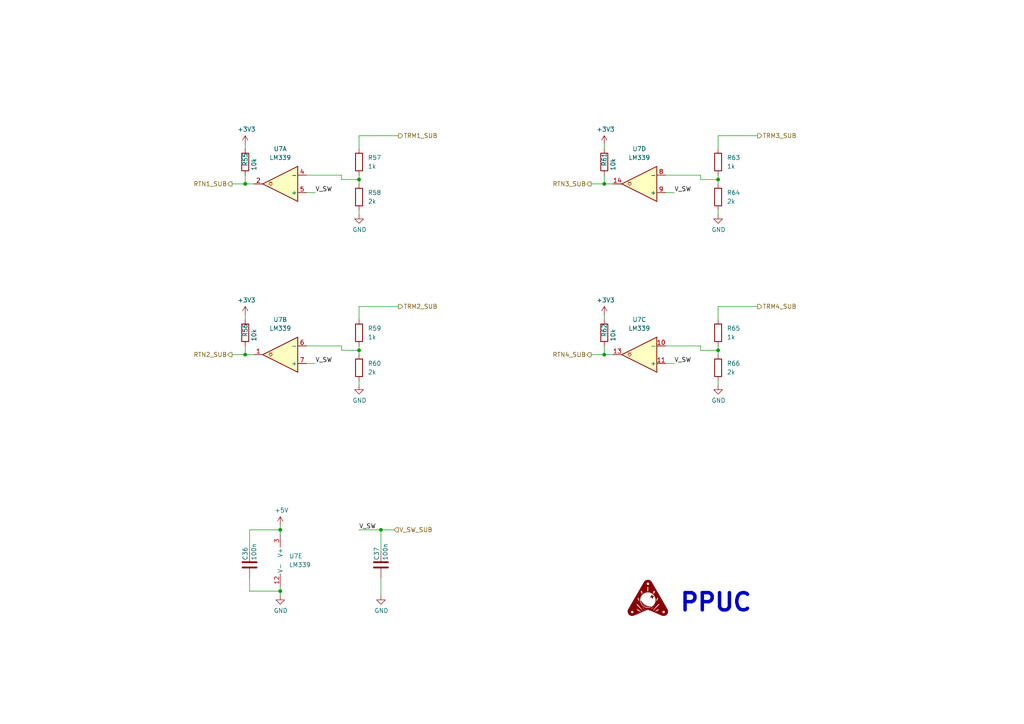
<source format=kicad_sch>
(kicad_sch (version 20211123) (generator eeschema)
  (paper "A4")
  (title_block (title "Opto_16") (date "2025-04-29") (rev "1.0.0"))
  (lib_symbols
    (symbol "Comparator:LM339" (pin_names (offset 0.127))
      (property "Reference" "U" (at 0 5.08 0))
      (property "Value" "LM339" (at 0 -5.08 0))
      (symbol "LM339_1_1"
        (polyline (pts (xy -5.08 5.08) (xy 5.08 0) (xy -5.08 -5.08) (xy -5.08 5.08)) (stroke (width 0.254)) (fill (type background)))
        (polyline (pts (xy 3.302 -0.508) (xy 2.794 -0.508) (xy 3.302 0) (xy 2.794 0.508) (xy 2.286 0) (xy 2.794 -0.508) (xy 2.286 -0.508)) (stroke (width 0.127)))
        (pin open_collector line (at 7.62 0 180) (length 2.54) (name "~") (number "2"))
        (pin input line (at -7.62 -2.54 0) (length 2.54) (name "-") (number "4"))
        (pin input line (at -7.62 2.54 0) (length 2.54) (name "+") (number "5"))
      )
      (symbol "LM339_2_1"
        (polyline (pts (xy -5.08 5.08) (xy 5.08 0) (xy -5.08 -5.08) (xy -5.08 5.08)) (stroke (width 0.254)) (fill (type background)))
        (polyline (pts (xy 3.302 -0.508) (xy 2.794 -0.508) (xy 3.302 0) (xy 2.794 0.508) (xy 2.286 0) (xy 2.794 -0.508) (xy 2.286 -0.508)) (stroke (width 0.127)))
        (pin open_collector line (at 7.62 0 180) (length 2.54) (name "~") (number "1"))
        (pin input line (at -7.62 -2.54 0) (length 2.54) (name "-") (number "6"))
        (pin input line (at -7.62 2.54 0) (length 2.54) (name "+") (number "7"))
      )
      (symbol "LM339_3_1"
        (polyline (pts (xy -5.08 5.08) (xy 5.08 0) (xy -5.08 -5.08) (xy -5.08 5.08)) (stroke (width 0.254)) (fill (type background)))
        (polyline (pts (xy 3.302 -0.508) (xy 2.794 -0.508) (xy 3.302 0) (xy 2.794 0.508) (xy 2.286 0) (xy 2.794 -0.508) (xy 2.286 -0.508)) (stroke (width 0.127)))
        (pin input line (at -7.62 -2.54 0) (length 2.54) (name "-") (number "10"))
        (pin input line (at -7.62 2.54 0) (length 2.54) (name "+") (number "11"))
        (pin open_collector line (at 7.62 0 180) (length 2.54) (name "~") (number "13"))
      )
      (symbol "LM339_4_1"
        (polyline (pts (xy -5.08 5.08) (xy 5.08 0) (xy -5.08 -5.08) (xy -5.08 5.08)) (stroke (width 0.254)) (fill (type background)))
        (polyline (pts (xy 3.302 -0.508) (xy 2.794 -0.508) (xy 3.302 0) (xy 2.794 0.508) (xy 2.286 0) (xy 2.794 -0.508) (xy 2.286 -0.508)) (stroke (width 0.127)))
        (pin open_collector line (at 7.62 0 180) (length 2.54) (name "~") (number "14"))
        (pin input line (at -7.62 -2.54 0) (length 2.54) (name "-") (number "8"))
        (pin input line (at -7.62 2.54 0) (length 2.54) (name "+") (number "9"))
      )
      (symbol "LM339_5_1"
        (pin power_in line (at -2.54 -7.62 90) (length 3.81) (name "V-") (number "12"))
        (pin power_in line (at -2.54 7.62 270) (length 3.81) (name "V+") (number "3"))
      )
    )
    (symbol "Device:C" (pin_numbers hide) (pin_names (offset 0.254))
      (property "Reference" "C" (at 0.635 2.54 0))
      (property "Value" "C" (at 0.635 -2.54 0))
      (symbol "C_0_1"
        (polyline (pts (xy -2.032 -0.762) (xy 2.032 -0.762)) (stroke (width 0.508)))
        (polyline (pts (xy -2.032 0.762) (xy 2.032 0.762)) (stroke (width 0.508)))
      )
      (symbol "C_1_1"
        (pin passive line (at 0 3.81 270) (length 2.794) (name "~") (number "1"))
        (pin passive line (at 0 -3.81 90) (length 2.794) (name "~") (number "2"))
      )
    )
    (symbol "Device:R" (pin_numbers hide) (pin_names (offset 0))
      (property "Reference" "R" (at 2.032 0 90))
      (property "Value" "R" (at 0 0 90))
      (symbol "R_0_1"
        (rectangle (start -1.016 -2.54) (end 1.016 2.54) (stroke (width 0.254)))
      )
      (symbol "R_1_1"
        (pin passive line (at 0 3.81 270) (length 1.27) (name "~") (number "1"))
        (pin passive line (at 0 -3.81 90) (length 1.27) (name "~") (number "2"))
      )
    )
    (symbol "PPUC_LOGO_LIB:LOGO" (pin_names (offset 1.016))
      (symbol "LOGO_0_0"
        (polyline (pts (xy 1.3461 0.5723) (xy 1.401 0.7319) (xy 1.5604 0.9187) (xy 1.7415 1.0689) (xy 1.5906 1.0703) (xy 1.4626 1.0839) (xy 1.2757 1.1732) (xy 1.1226 1.3565) (xy 1.0185 1.5273) (xy 1.0183 1.3201) (xy 1.0052 1.1853) (xy 0.9467 1.0647) (xy 0.8201 0.9316) (xy 0.6221 0.7503) (xy 0.8008 0.7503) (xy 0.8737 0.7451) (xy 1.0075 0.6918) (xy 1.1462 0.5632) (xy 1.3128 0.3761) (xy 1.3461 0.5723)) (stroke (width 0.01)) (fill (type outline)))
        (polyline (pts (xy 0.1988 -2.0744) (xy 0.5626 -2.0132) (xy 0.8306 -1.9387) (xy 0.5626 -1.9329) (xy 0.4034 -1.9255) (xy -0.1437 -1.8346) (xy -0.6511 -1.6461) (xy -1.1124 -1.3635) (xy -1.5212 -0.9906) (xy -1.8709 -0.5311) (xy -1.984 -0.3573) (xy -2.0545 -0.2659) (xy -2.0804 -0.2689) (xy -2.0663 -0.3675) (xy -2.0172 -0.5626) (xy -1.9531 -0.7694) (xy -1.7523 -1.1905) (xy -1.478 -1.5343) (xy -1.1315 -1.7993) (xy -0.7139 -1.9844) (xy -0.5869 -2.0195) (xy -0.2016 -2.0761) (xy 0.1988 -2.0744)) (stroke (width 0.01)) (fill (type outline)))
        (polyline (pts (xy -4.5517 -4.6263) (xy -4.4448 -4.6087) (xy -4.3144 -4.5748) (xy -4.1524 -4.5216) (xy -3.9504 -4.4461) (xy -3.7002 -4.3452) (xy -3.3934 -4.216) (xy -3.0218 -4.0554) (xy -2.5771 -3.8605) (xy -2.0509 -3.6282) (xy -1.435 -3.3556) (xy -1.2826 -3.2884) (xy -0.8872 -3.1181) (xy -0.5757 -2.9915) (xy -0.3394 -2.9052) (xy -0.1694 -2.8558) (xy -0.0568 -2.84) (xy -0.0245 -2.8416) (xy 0.131 -2.8733) (xy 0.3579 -2.9476) (xy 0.3988 -2.9636) (xy 0.839 -2.9636) (xy 0.8472 -2.8886) (xy 0.9027 -2.7535) (xy 0.9916 -2.5822) (xy 1.0998 -2.3987) (xy 1.2134 -2.2268) (xy 1.3183 -2.0905) (xy 1.4005 -2.0137) (xy 1.4168 -2.0042) (xy 1.5142 -1.9565) (xy 1.554 -1.9532) (xy 1.5352 -1.9949) (xy 1.471 -2.1124) (xy 1.372 -2.2847) (xy 1.2494 -2.4921) (xy 1.1911 -2.5891) (xy 1.067 -2.7902) (xy 0.9809 -2.9159) (xy 0.922 -2.9787) (xy 0.8793 -2.9916) (xy 0.8417 -2.9673) (xy 0.839 -2.9636) (xy 0.3988 -2.9636) (xy 0.6639 -3.0673) (xy 0.7882 -3.1204) (xy 1.3552 -3.1204) (xy 1.3684 -3.0819) (xy 1.4092 -3.0182) (xy 1.4848 -2.9199) (xy 1.6022 -2.7776) (xy 1.7681 -2.5821) (xy 1.9898 -2.3238) (xy 2.2741 -1.9934) (xy 2.3543 -1.9006) (xy 2.5716 -1.6532) (xy 2.7639 -1.4401) (xy 2.9202 -1.2731) (xy 3.0295 -1.1642) (xy 3.0806 -1.1253) (xy 3.1358 -1.1406) (xy 3.2268 -1.2163) (xy 3.2683 -1.3101) (xy 3.2514 -1.3383) (xy 3.1703 -1.4365) (xy 3.0314 -1.5923) (xy 2.845 -1.7944) (xy 2.6213 -2.0315) (xy 2.3707 -2.2924) (xy 2.351 -2.3128) (xy 2.0542 -2.6162) (xy 1.8219 -2.8468) (xy 1.6473 -3.011) (xy 1.5231 -3.1152) (xy 1.4426 -3.1656) (xy 1.3986 -3.1685) (xy 1.3841 -3.1593) (xy 1.3628 -3.1431) (xy 1.3552 -3.1204) (xy 0.7882 -3.1204) (xy 1.0567 -3.2351) (xy 1.0705 -3.2411) (xy 1.3795 -3.3769) (xy 1.9566 -3.3769) (xy 1.9884 -3.3276) (xy 2.094 -3.2343) (xy 2.2572 -3.1101) (xy 2.4618 -2.9683) (xy 2.6777 -2.8269) (xy 2.8466 -2.7247) (xy 2.9592 -2.6709) (xy 3.0317 -2.658) (xy 3.0801 -2.6784) (xy 3.1461 -2.75) (xy 3.1608 -2.8368) (xy 3.096 -2.9317) (xy 2.9448 -3.0443) (xy 2.7 -3.184) (xy 2.4032 -3.33) (xy 2.1841 -3.41) (xy 2.1049 -3.4183) (xy 4.0884 -3.4183) (xy 4.1623 -3.2625) (xy 4.3036 -3.1508) (xy 4.5012 -3.108) (xy 4.5793 -3.1144) (xy 4.7536 -3.1871) (xy 4.8688 -3.3198) (xy 4.9151 -3.4866) (xy 4.8831 -3.6614) (xy 4.7631 -3.818) (xy 4.7494 -3.8288) (xy 4.5699 -3.9046) (xy 4.377 -3.8877) (xy 4.2041 -3.7802) (xy 4.187 -3.7622) (xy 4.093 -3.5932) (xy 4.0884 -3.4183) (xy 2.1049 -3.4183) (xy 2.0372 -3.4254) (xy 1.9569 -3.3776) (xy 1.9566 -3.3769) (xy 1.3795 -3.3769) (xy 1.4118 -3.3911) (xy 1.8166 -3.5689) (xy 2.2518 -3.7602) (xy 2.6843 -3.9502) (xy 3.0812 -4.1246) (xy 3.4438 -4.2828) (xy 3.7384 -4.4075) (xy 3.9656 -4.4978) (xy 4.1405 -4.5588) (xy 4.2783 -4.5958) (xy 4.3943 -4.6142) (xy 4.5035 -4.6191) (xy 4.5541 -4.6183) (xy 4.9176 -4.5572) (xy 5.2324 -4.407) (xy 5.4866 -4.1778) (xy 5.6688 -3.8797) (xy 5.767 -3.5229) (xy 5.7717 -3.4883) (xy 5.7812 -3.4013) (xy 5.7831 -3.317) (xy 5.7737 -3.2275) (xy 5.7489 -3.1248) (xy 5.7051 -3.001) (xy 5.6384 -2.848) (xy 5.5448 -2.658) (xy 5.4206 -2.4231) (xy 5.2619 -2.1351) (xy 5.0648 -1.7863) (xy 4.8256 -1.3685) (xy 4.5403 -0.874) (xy 4.2052 -0.2947) (xy 3.8596 0.3026) (xy 3.2999 1.2707) (xy 2.6957 2.3167) (xy 2.0442 3.4454) (xy 1.3424 4.6621) (xy 1.3358 4.6735) (xy 1.1639 4.9694) (xy 1.0314 5.1879) (xy 0.9254 5.3445) (xy 0.8331 5.4546) (xy 0.7415 5.5337) (xy 0.6378 5.5972) (xy 0.509 5.6605) (xy 0.4416 5.69) (xy 0.084 5.7811) (xy -0.2769 5.7684) (xy -0.6253 5.6522) (xy -0.7345 5.5939) (xy -0.885 5.5) (xy -0.9779 5.4245) (xy -0.9942 5.4027) (xy -1.0647 5.2936) (xy -1.1755 5.1127) (xy -1.3175 4.8747) (xy -1.4638 4.6255) (xy -0.4632 4.6255) (xy -0.4306 4.8182) (xy -0.3984 4.8816) (xy -0.2632 5.0164) (xy -0.0889 5.0695) (xy 0.0977 5.0371) (xy 0.2697 4.9157) (xy 0.3554 4.7754) (xy 0.3676 4.5978) (xy 0.2886 4.4299) (xy 0.1241 4.2957) (xy 0.0455 4.2633) (xy -0.1365 4.2539) (xy -0.2956 4.324) (xy -0.4114 4.4543) (xy -0.4632 4.6255) (xy -1.4638 4.6255) (xy -1.4819 4.5946) (xy -1.66 4.287) (xy -1.7166 4.1885) (xy -1.9049 3.8615) (xy -2.0851 3.5488) (xy -2.1688 3.404) (xy -0.2283 3.404) (xy -0.2262 3.5927) (xy -0.2144 3.7126) (xy -0.1911 3.7823) (xy -0.1547 3.82) (xy -0.0974 3.8437) (xy 0.0195 3.8417) (xy 0.061 3.8097) (xy 0.0892 3.7328) (xy 0.1031 3.5914) (xy 0.1067 3.3643) (xy 0.1066 3.3405) (xy 0.1012 3.0848) (xy 0.089 2.834) (xy 0.0724 2.6392) (xy 0.0716 2.6321) (xy 0.043 2.4646) (xy 0.0034 2.3807) (xy -0.0579 2.3578) (xy -0.1111 2.3636) (xy -0.1783 2.398) (xy -0.1789 2.3992) (xy -0.1896 2.4712) (xy -0.2012 2.627) (xy -0.2123 2.8444) (xy -0.2216 3.1014) (xy -0.2224 3.1282) (xy -0.2283 3.404) (xy -2.1688 3.404) (xy -2.2461 3.2702) (xy -2.3763 3.0453) (xy -2.4646 2.8937) (xy -2.5328 2.7766) (xy -2.6595 2.5584) (xy -2.6793 2.5242) (xy -2.1341 2.5242) (xy -2.1155 2.5845) (xy -2.0247 2.675) (xy -1.8982 2.6952) (xy -1.7757 2.633) (xy -1.7537 2.6068) (xy -1.6879 2.4618) (xy -1.6458 2.267) (xy -1.6309 2.0599) (xy -1.6466 1.8782) (xy -1.6962 1.7594) (xy -1.7615 1.6966) (xy -1.8218 1.6612) (xy -1.8419 1.6763) (xy -1.8946 1.7681) (xy -1.9597 1.9182) (xy -2.0266 2.0977) (xy -2.0849 2.2778) (xy -2.1243 2.4296) (xy -2.1341 2.5242) (xy -2.6793 2.5242) (xy -2.8158 2.2886) (xy -2.9879 1.9906) (xy -3.1625 1.688) (xy -3.2951 1.458) (xy -3.469 1.1568) (xy -3.63 0.8782) (xy -3.7647 0.6455) (xy -3.8595 0.4823) (xy -3.8914 0.4274) (xy -3.0678 0.4274) (xy -3.0484 0.5433) (xy -2.9776 0.6215) (xy -2.8768 0.6275) (xy -2.7998 0.5648) (xy -2.7033 0.4155) (xy -2.6127 0.2108) (xy -2.5894 0.1365) (xy -2.3239 0.1365) (xy -2.2472 0.5701) (xy -2.0885 0.9814) (xy -1.8498 1.3566) (xy -1.5332 1.6819) (xy -1.1407 1.9435) (xy -0.9119 2.0507) (xy -0.4377 2.1933) (xy 0.0354 2.2296) (xy 0.504 2.1594) (xy 0.8654 2.0208) (xy 1.5087 2.0208) (xy 1.525 2.2218) (xy 1.567 2.4548) (xy 1.6445 2.6272) (xy 1.7518 2.7009) (xy 1.8868 2.6733) (xy 1.9403 2.6399) (xy 1.9991 2.568) (xy 2.0109 2.4625) (xy 1.976 2.3022) (xy 1.8947 2.0662) (xy 1.8728 2.0084) (xy 1.8012 1.8315) (xy 1.7436 1.7078) (xy 1.7109 1.6612) (xy 1.6648 1.6879) (xy 1.5826 1.7664) (xy 1.55 1.8078) (xy 1.5157 1.8934) (xy 1.5087 2.0208) (xy 0.8654 2.0208) (xy 0.9647 1.9827) (xy 1.1079 1.903) (xy 1.4698 1.6273) (xy 1.772 1.2848) (xy 2.0056 0.8931) (xy 2.1613 0.4697) (xy 2.2302 0.0322) (xy 2.203 -0.4019) (xy 2.1714 -0.5408) (xy 2.1461 -0.6155) (xy 2.3578 -0.6155) (xy 2.3583 -0.2943) (xy 2.3682 -0.0984) (xy 2.4156 0.0962) (xy 2.5179 0.3043) (xy 2.5922 0.4276) (xy 2.6782 0.5541) (xy 2.7341 0.617) (xy 2.7414 0.6209) (xy 2.8273 0.6122) (xy 2.9101 0.5431) (xy 2.9472 0.4477) (xy 2.9318 0.398) (xy 2.8706 0.2689) (xy 2.7736 0.0883) (xy 2.6525 -0.1215) (xy 2.3578 -0.6155) (xy 2.1461 -0.6155) (xy 2.064 -0.8575) (xy 1.9161 -1.1751) (xy 1.7457 -1.4578) (xy 1.5706 -1.6698) (xy 1.3652 -1.8396) (xy 1.0298 -2.0466) (xy 0.6676 -2.2076) (xy 0.3215 -2.3008) (xy 0.1712 -2.3246) (xy 0.0123 -2.3442) (xy -0.1182 -2.3464) (xy -0.2648 -2.331) (xy -0.4724 -2.2979) (xy -0.4834 -2.296) (xy -0.9009 -2.1729) (xy -1.3021 -1.9569) (xy -1.6617 -1.6616) (xy -1.7713 -1.5443) (xy -2.0424 -1.1598) (xy -2.2235 -0.7423) (xy -2.3167 -0.3056) (xy -2.3239 0.1365) (xy -2.5894 0.1365) (xy -2.5398 -0.0217) (xy -2.4965 -0.2545) (xy -2.4816 -0.4145) (xy -2.4756 -0.541) (xy -2.4815 -0.5894) (xy -2.5017 -0.5657) (xy -2.5654 -0.4691) (xy -2.6582 -0.3191) (xy -2.7664 -0.1389) (xy -2.8762 0.0488) (xy -2.974 0.2208) (xy -3.046 0.3543) (xy -3.0678 0.4274) (xy -3.8914 0.4274) (xy -4.074 0.1136) (xy -4.3251 -0.3193) (xy -4.5746 -0.7508) (xy -4.8159 -1.1694) (xy -4.8786 -1.2784) (xy -3.3671 -1.2784) (xy -3.3327 -1.1892) (xy -3.2323 -1.1521) (xy -3.1966 -1.1624) (xy -3.1101 -1.2232) (xy -2.9813 -1.3438) (xy -2.8042 -1.5303) (xy -2.5728 -1.7888) (xy -2.4208 -1.9643) (xy -1.6612 -1.9643) (xy -1.6594 -1.9591) (xy -1.608 -1.97) (xy -1.508 -2.0309) (xy -1.4986 -2.0381) (xy -1.4073 -2.1382) (xy -1.294 -2.297) (xy -1.1757 -2.4857) (xy -1.1695 -2.4968) (xy -0.7356 -2.4968) (xy -0.7314 -2.4282) (xy -0.7254 -2.4236) (xy -0.6547 -2.4286) (xy -0.5743 -2.4801) (xy -0.5359 -2.5467) (xy -0.5327 -2.5851) (xy -0.5292 -2.5989) (xy -0.1072 -2.5989) (xy -0.1012 -2.5619) (xy -0.0536 -2.5185) (xy -0.029 -2.5276) (xy 0 -2.5989) (xy -0.0061 -2.6359) (xy -0.0536 -2.6793) (xy -0.0783 -2.6702) (xy -0.1072 -2.5989) (xy -0.5292 -2.5989) (xy -0.5081 -2.6831) (xy 0.3751 -2.6831) (xy 0.3938 -2.606) (xy 0.4512 -2.5082) (xy 0.5205 -2.4385) (xy 0.5741 -2.4318) (xy 0.5748 -2.4325) (xy 0.5814 -2.4999) (xy 0.5635 -2.6219) (xy 0.5251 -2.7192) (xy 0.4602 -2.7803) (xy 0.4009 -2.7713) (xy 0.3751 -2.6831) (xy -0.5081 -2.6831) (xy -0.5034 -2.7017) (xy -0.4959 -2.7525) (xy -0.5517 -2.7865) (xy -0.5685 -2.7818) (xy -0.6326 -2.7165) (xy -0.6955 -2.6073) (xy -0.7356 -2.4968) (xy -1.1695 -2.4968) (xy -1.0699 -2.6753) (xy -0.9938 -2.8369) (xy -0.9646 -2.9417) (xy -0.969 -2.9815) (xy -1.0057 -2.9971) (xy -1.0815 -2.9245) (xy -1.199 -2.761) (xy -1.3606 -2.5038) (xy -1.4599 -2.3373) (xy -1.5641 -2.1562) (xy -1.635 -2.025) (xy -1.6612 -1.9643) (xy -2.4208 -1.9643) (xy -2.2811 -2.1255) (xy -2.1217 -2.3119) (xy -1.9044 -2.5679) (xy -1.7186 -2.7886) (xy -1.574 -2.9626) (xy -1.4803 -3.0784) (xy -1.4469 -3.1245) (xy -1.454 -3.1382) (xy -1.52 -3.1781) (xy -1.5278 -3.1783) (xy -1.6047 -3.1327) (xy -1.7462 -3.0164) (xy -1.9453 -2.8356) (xy -2.1952 -2.5966) (xy -2.489 -2.3054) (xy -2.6581 -2.1348) (xy -2.9131 -1.8736) (xy -3.1029 -1.672) (xy -3.2353 -1.521) (xy -3.3182 -1.4112) (xy -3.3595 -1.3334) (xy -3.3671 -1.2784) (xy -4.8786 -1.2784) (xy -5.0426 -1.5637) (xy -5.2481 -1.9224) (xy -5.4258 -2.2341) (xy -5.5692 -2.4873) (xy -5.6719 -2.6707) (xy -5.7271 -2.7729) (xy -5.7627 -2.8709) (xy -3.2801 -2.8709) (xy -3.2782 -2.7698) (xy -3.2311 -2.6705) (xy -3.1611 -2.6257) (xy -3.1607 -2.6257) (xy -3.0971 -2.6543) (xy -2.9637 -2.7303) (xy -2.7798 -2.8423) (xy -2.5647 -2.9788) (xy -2.4856 -3.0303) (xy -2.2723 -3.1753) (xy -2.1417 -3.2771) (xy -2.0852 -3.3429) (xy -2.0946 -3.3799) (xy -2.1486 -3.4044) (xy -2.2775 -3.4271) (xy -2.3431 -3.4116) (xy -2.4883 -3.3518) (xy -2.6743 -3.2611) (xy -2.8733 -3.1545) (xy -3.0577 -3.0469) (xy -3.1998 -2.9533) (xy -3.2718 -2.8888) (xy -3.2801 -2.8709) (xy -5.7627 -2.8709) (xy -5.8531 -3.1193) (xy -5.8778 -3.4709) (xy -5.8635 -3.5309) (xy -5.022 -3.5309) (xy -5.0037 -3.3668) (xy -4.9098 -3.2345) (xy -4.7661 -3.1451) (xy -4.5983 -3.1099) (xy -4.432 -3.1399) (xy -4.293 -3.2464) (xy -4.1967 -3.4285) (xy -4.2009 -3.61) (xy -4.3113 -3.7802) (xy -4.4173 -3.8602) (xy -4.5991 -3.9092) (xy -4.7763 -3.8703) (xy -4.9237 -3.7513) (xy -5.016 -3.5602) (xy -5.022 -3.5309) (xy -5.8635 -3.5309) (xy -5.7969 -3.8115) (xy -5.611 -4.1347) (xy -5.4411 -4.3242) (xy -5.1815 -4.5027) (xy -4.8682 -4.6016) (xy -4.8152 -4.6112) (xy -4.7286 -4.6245) (xy -4.6436 -4.6306) (xy -4.5517 -4.6263)) (stroke (width 0.01)) (fill (type outline)))
      )
    )
    (symbol "power:+3V3" (power) (pin_names (offset 0))
      (property "Value" "+3V3" (at 0 3.556 0))
      (symbol "+3V3_0_1"
        (polyline (pts (xy -0.762 1.27) (xy 0 2.54)))
        (polyline (pts (xy 0 0) (xy 0 2.54)))
        (polyline (pts (xy 0 2.54) (xy 0.762 1.27)))
      )
      (symbol "+3V3_1_1"
        (pin power_in line (at 0 0 90) (length 0) hide (name "+3V3") (number "1"))
      )
    )
    (symbol "power:+5V" (power) (pin_names (offset 0))
      (property "Value" "+5V" (at 0 3.556 0))
      (symbol "+5V_0_1"
        (polyline (pts (xy -0.762 1.27) (xy 0 2.54)))
        (polyline (pts (xy 0 0) (xy 0 2.54)))
        (polyline (pts (xy 0 2.54) (xy 0.762 1.27)))
      )
      (symbol "+5V_1_1"
        (pin power_in line (at 0 0 90) (length 0) hide (name "+5V") (number "1"))
      )
    )
    (symbol "power:GND" (power) (pin_names (offset 0))
      (property "Value" "GND" (at 0 -3.81 0))
      (symbol "GND_0_1"
        (polyline (pts (xy 0 0) (xy 0 -1.27) (xy 1.27 -1.27) (xy 0 -2.54) (xy -1.27 -1.27) (xy 0 -1.27)))
      )
      (symbol "GND_1_1"
        (pin power_in line (at 0 0 270) (length 0) hide (name "GND") (number "1"))
      )
    )
  )
  (junction (at 175.26 102.87))
  (junction (at 71.12 102.87))
  (junction (at 81.28 171.45))
  (junction (at 208.28 52.07))
  (junction (at 175.26 53.34))
  (junction (at 71.12 53.34))
  (junction (at 208.28 101.6))
  (junction (at 110.49 153.67))
  (junction (at 81.28 153.67))
  (junction (at 104.14 52.07))
  (junction (at 104.14 101.6))
  (wire (pts (xy 104.14 62.23) (xy 104.14 60.96)))
  (wire (pts (xy 67.31 102.87) (xy 71.12 102.87)))
  (wire (pts (xy 193.04 100.33) (xy 203.2 100.33)))
  (wire (pts (xy 203.2 100.33) (xy 203.2 101.6)))
  (wire (pts (xy 175.26 91.44) (xy 175.26 92.71)))
  (wire (pts (xy 72.39 160.02) (xy 72.39 153.67)))
  (wire (pts (xy 175.26 100.33) (xy 175.26 102.87)))
  (wire (pts (xy 110.49 167.64) (xy 110.49 172.72)))
  (wire (pts (xy 104.14 88.9) (xy 115.57 88.9)))
  (wire (pts (xy 99.06 101.6) (xy 104.14 101.6)))
  (wire (pts (xy 203.2 50.8) (xy 203.2 52.07)))
  (wire (pts (xy 208.28 39.37) (xy 219.71 39.37)))
  (wire (pts (xy 81.28 170.18) (xy 81.28 171.45)))
  (wire (pts (xy 208.28 111.76) (xy 208.28 110.49)))
  (wire (pts (xy 175.26 41.91) (xy 175.26 43.18)))
  (wire (pts (xy 208.28 62.23) (xy 208.28 60.96)))
  (wire (pts (xy 71.12 91.44) (xy 71.12 92.71)))
  (wire (pts (xy 104.14 100.33) (xy 104.14 101.6)))
  (wire (pts (xy 81.28 152.4) (xy 81.28 153.67)))
  (wire (pts (xy 99.06 52.07) (xy 104.14 52.07)))
  (wire (pts (xy 110.49 153.67) (xy 110.49 160.02)))
  (wire (pts (xy 72.39 167.64) (xy 72.39 171.45)))
  (wire (pts (xy 99.06 100.33) (xy 99.06 101.6)))
  (wire (pts (xy 195.58 55.88) (xy 193.04 55.88)))
  (wire (pts (xy 104.14 111.76) (xy 104.14 110.49)))
  (wire (pts (xy 208.28 50.8) (xy 208.28 52.07)))
  (wire (pts (xy 99.06 50.8) (xy 99.06 52.07)))
  (wire (pts (xy 72.39 153.67) (xy 81.28 153.67)))
  (wire (pts (xy 104.14 39.37) (xy 115.57 39.37)))
  (wire (pts (xy 67.31 53.34) (xy 71.12 53.34)))
  (wire (pts (xy 110.49 153.67) (xy 114.3 153.67)))
  (wire (pts (xy 171.45 102.87) (xy 175.26 102.87)))
  (wire (pts (xy 193.04 50.8) (xy 203.2 50.8)))
  (wire (pts (xy 88.9 100.33) (xy 99.06 100.33)))
  (wire (pts (xy 91.44 105.41) (xy 88.9 105.41)))
  (wire (pts (xy 208.28 39.37) (xy 208.28 43.18)))
  (wire (pts (xy 88.9 50.8) (xy 99.06 50.8)))
  (wire (pts (xy 71.12 102.87) (xy 73.66 102.87)))
  (wire (pts (xy 104.14 50.8) (xy 104.14 52.07)))
  (wire (pts (xy 91.44 55.88) (xy 88.9 55.88)))
  (wire (pts (xy 71.12 50.8) (xy 71.12 53.34)))
  (wire (pts (xy 175.26 53.34) (xy 177.8 53.34)))
  (wire (pts (xy 208.28 88.9) (xy 219.71 88.9)))
  (wire (pts (xy 104.14 88.9) (xy 104.14 92.71)))
  (wire (pts (xy 208.28 100.33) (xy 208.28 101.6)))
  (wire (pts (xy 208.28 101.6) (xy 208.28 102.87)))
  (wire (pts (xy 203.2 52.07) (xy 208.28 52.07)))
  (wire (pts (xy 175.26 50.8) (xy 175.26 53.34)))
  (wire (pts (xy 104.14 101.6) (xy 104.14 102.87)))
  (wire (pts (xy 104.14 153.67) (xy 110.49 153.67)))
  (wire (pts (xy 175.26 102.87) (xy 177.8 102.87)))
  (wire (pts (xy 203.2 101.6) (xy 208.28 101.6)))
  (wire (pts (xy 195.58 105.41) (xy 193.04 105.41)))
  (wire (pts (xy 71.12 53.34) (xy 73.66 53.34)))
  (wire (pts (xy 171.45 53.34) (xy 175.26 53.34)))
  (wire (pts (xy 81.28 171.45) (xy 81.28 172.72)))
  (wire (pts (xy 104.14 52.07) (xy 104.14 53.34)))
  (wire (pts (xy 71.12 41.91) (xy 71.12 43.18)))
  (wire (pts (xy 208.28 52.07) (xy 208.28 53.34)))
  (wire (pts (xy 81.28 153.67) (xy 81.28 154.94)))
  (wire (pts (xy 208.28 88.9) (xy 208.28 92.71)))
  (wire (pts (xy 72.39 171.45) (xy 81.28 171.45)))
  (wire (pts (xy 104.14 39.37) (xy 104.14 43.18)))
  (wire (pts (xy 71.12 100.33) (xy 71.12 102.87)))
  (text "PPUC" (at 196.85 177.8 0) (effects (font (size 5 5) bold) (justify left bottom)))
  (label "V_SW" (at 104.14 153.67 0))
  (label "V_SW" (at 195.58 55.88 0))
  (label "V_SW" (at 91.44 105.41 0))
  (label "V_SW" (at 91.44 55.88 0))
  (label "V_SW" (at 195.58 105.41 0))
  (hierarchical_label "RTN1_SUB" (shape output) (at 67.31 53.34 180))
  (hierarchical_label "RTN2_SUB" (shape output) (at 67.31 102.87 180))
  (hierarchical_label "RTN4_SUB" (shape output) (at 171.45 102.87 180))
  (hierarchical_label "V_SW_SUB" (shape input) (at 114.3 153.67 0))
  (hierarchical_label "RTN3_SUB" (shape output) (at 171.45 53.34 180))
  (hierarchical_label "TRM1_SUB" (shape output) (at 115.57 39.37 0))
  (hierarchical_label "TRM2_SUB" (shape output) (at 115.57 88.9 0))
  (hierarchical_label "TRM4_SUB" (shape output) (at 219.71 88.9 0))
  (hierarchical_label "TRM3_SUB" (shape output) (at 219.71 39.37 0))
  (symbol (lib_id "Device:R") (at 71.12 96.52 0) (unit 1)
    (property "Reference" "R56" (at 71.12 97.79 90) (effects (justify left)))
    (property "Value" "10k" (at 73.66 99.06 90) (effects (justify left)))
    (property "Footprint" "Resistor_SMD:R_0603_1608Metric" (effects hide))
  )
  (symbol (lib_id "Comparator:LM339") (at 185.42 53.34 180) (unit 4)
    (property "Reference" "U7" (at 185.42 43.18 0))
    (property "Value" "LM339" (at 185.42 45.72 0))
    (property "Footprint" "Package_SO:SOIC-14_3.9x8.7mm_P1.27mm" (effects hide))
    (property "Datasheet" "https://www.st.com/resource/en/datasheet/lm139.pdf" (effects hide))
  )
  (symbol (lib_id "power:GND") (at 104.14 62.23 0) (unit 1)
    (property "Reference" "#PWR089" (effects hide))
    (property "Value" "GND" (at 104.267 66.6242 0))
  )
  (symbol (lib_id "Comparator:LM339") (at 185.42 102.87 180) (unit 3)
    (property "Reference" "U7" (at 185.42 92.71 0))
    (property "Value" "LM339" (at 185.42 95.25 0))
    (property "Footprint" "Package_SO:SOIC-14_3.9x8.7mm_P1.27mm" (effects hide))
    (property "Datasheet" "https://www.st.com/resource/en/datasheet/lm139.pdf" (effects hide))
  )
  (symbol (lib_id "power:GND") (at 81.28 172.72 0) (unit 1)
    (property "Reference" "#PWR088" (effects hide))
    (property "Value" "GND" (at 81.407 177.1142 0))
  )
  (symbol (lib_id "Device:C") (at 110.49 163.83 0) (unit 1)
    (property "Reference" "C37" (at 109.22 162.56 90) (effects (justify left)))
    (property "Value" "100n" (at 111.76 162.56 90) (effects (justify left)))
    (property "Footprint" "Capacitor_SMD:C_0402_1005Metric" (effects hide))
  )
  (symbol (lib_id "power:+3V3") (at 71.12 91.44 0) (unit 1)
    (property "Reference" "#PWR086" (effects hide))
    (property "Value" "+3V3" (at 71.501 87.0458 0))
  )
  (symbol (lib_id "power:GND") (at 208.28 62.23 0) (unit 1)
    (property "Reference" "#PWR094" (effects hide))
    (property "Value" "GND" (at 208.407 66.6242 0))
  )
  (symbol (lib_id "Device:C") (at 72.39 163.83 0) (unit 1)
    (property "Reference" "C36" (at 71.12 162.56 90) (effects (justify left)))
    (property "Value" "100n" (at 73.66 162.56 90) (effects (justify left)))
    (property "Footprint" "Capacitor_SMD:C_0402_1005Metric" (effects hide))
  )
  (symbol (lib_id "Comparator:LM339") (at 81.28 53.34 180) (unit 1)
    (property "Reference" "U7" (at 81.28 43.18 0))
    (property "Value" "LM339" (at 81.28 45.72 0))
    (property "Footprint" "Package_SO:SOIC-14_3.9x8.7mm_P1.27mm" (effects hide))
    (property "Datasheet" "https://www.st.com/resource/en/datasheet/lm139.pdf" (effects hide))
  )
  (symbol (lib_id "Device:R") (at 104.14 46.99 0) (unit 1)
    (property "Reference" "R57" (at 106.68 45.7199 0) (effects (justify left)))
    (property "Value" "1k" (at 106.68 48.2599 0) (effects (justify left)))
    (property "Footprint" "Resistor_SMD:R_0603_1608Metric" (effects hide))
  )
  (symbol (lib_id "PPUC_LOGO_LIB:LOGO") (at 187.96 173.99 0) (unit 1)
    (property "Reference" "#G4" (effects hide))
    (property "Value" "LOGO" (effects hide))
  )
  (symbol (lib_id "power:+3V3") (at 71.12 41.91 0) (unit 1)
    (property "Reference" "#PWR085" (effects hide))
    (property "Value" "+3V3" (at 71.501 37.5158 0))
  )
  (symbol (lib_id "Device:R") (at 175.26 46.99 0) (unit 1)
    (property "Reference" "R61" (at 175.26 48.26 90) (effects (justify left)))
    (property "Value" "10k" (at 177.8 49.53 90) (effects (justify left)))
    (property "Footprint" "Resistor_SMD:R_0603_1608Metric" (effects hide))
  )
  (symbol (lib_id "Device:R") (at 208.28 106.68 0) (unit 1)
    (property "Reference" "R66" (at 210.82 105.4099 0) (effects (justify left)))
    (property "Value" "2k" (at 210.82 107.9499 0) (effects (justify left)))
    (property "Footprint" "Resistor_SMD:R_0603_1608Metric" (effects hide))
  )
  (symbol (lib_id "power:GND") (at 110.49 172.72 0) (unit 1)
    (property "Reference" "#PWR091" (effects hide))
    (property "Value" "GND" (at 110.617 177.1142 0))
  )
  (symbol (lib_id "power:+3V3") (at 175.26 91.44 0) (unit 1)
    (property "Reference" "#PWR093" (effects hide))
    (property "Value" "+3V3" (at 175.641 87.0458 0))
  )
  (symbol (lib_id "Device:R") (at 208.28 96.52 0) (unit 1)
    (property "Reference" "R65" (at 210.82 95.2499 0) (effects (justify left)))
    (property "Value" "1k" (at 210.82 97.7899 0) (effects (justify left)))
    (property "Footprint" "Resistor_SMD:R_0603_1608Metric" (effects hide))
  )
  (symbol (lib_id "Device:R") (at 208.28 57.15 0) (unit 1)
    (property "Reference" "R64" (at 210.82 55.8799 0) (effects (justify left)))
    (property "Value" "2k" (at 210.82 58.4199 0) (effects (justify left)))
    (property "Footprint" "Resistor_SMD:R_0603_1608Metric" (effects hide))
  )
  (symbol (lib_id "power:GND") (at 104.14 111.76 0) (unit 1)
    (property "Reference" "#PWR090" (effects hide))
    (property "Value" "GND" (at 104.267 116.1542 0))
  )
  (symbol (lib_id "Device:R") (at 71.12 46.99 0) (unit 1)
    (property "Reference" "R55" (at 71.12 48.26 90) (effects (justify left)))
    (property "Value" "10k" (at 73.66 49.53 90) (effects (justify left)))
    (property "Footprint" "Resistor_SMD:R_0603_1608Metric" (effects hide))
  )
  (symbol (lib_id "Device:R") (at 104.14 106.68 0) (unit 1)
    (property "Reference" "R60" (at 106.68 105.4099 0) (effects (justify left)))
    (property "Value" "2k" (at 106.68 107.9499 0) (effects (justify left)))
    (property "Footprint" "Resistor_SMD:R_0603_1608Metric" (effects hide))
  )
  (symbol (lib_id "Comparator:LM339") (at 81.28 102.87 180) (unit 2)
    (property "Reference" "U7" (at 81.28 92.71 0))
    (property "Value" "LM339" (at 81.28 95.25 0))
    (property "Footprint" "Package_SO:SOIC-14_3.9x8.7mm_P1.27mm" (effects hide))
    (property "Datasheet" "https://www.st.com/resource/en/datasheet/lm139.pdf" (effects hide))
  )
  (symbol (lib_id "power:+3V3") (at 175.26 41.91 0) (unit 1)
    (property "Reference" "#PWR092" (effects hide))
    (property "Value" "+3V3" (at 175.641 37.5158 0))
  )
  (symbol (lib_id "Device:R") (at 104.14 57.15 0) (unit 1)
    (property "Reference" "R58" (at 106.68 55.8799 0) (effects (justify left)))
    (property "Value" "2k" (at 106.68 58.4199 0) (effects (justify left)))
    (property "Footprint" "Resistor_SMD:R_0603_1608Metric" (effects hide))
  )
  (symbol (lib_id "Comparator:LM339") (at 83.82 162.56 0) (unit 5)
    (property "Reference" "U7" (at 83.82 161.2899 0) (effects (justify left)))
    (property "Value" "LM339" (at 83.82 163.8299 0) (effects (justify left)))
    (property "Footprint" "Package_SO:SOIC-14_3.9x8.7mm_P1.27mm" (effects hide))
    (property "Datasheet" "https://www.st.com/resource/en/datasheet/lm139.pdf" (effects hide))
  )
  (symbol (lib_id "Device:R") (at 104.14 96.52 0) (unit 1)
    (property "Reference" "R59" (at 106.68 95.2499 0) (effects (justify left)))
    (property "Value" "1k" (at 106.68 97.7899 0) (effects (justify left)))
    (property "Footprint" "Resistor_SMD:R_0603_1608Metric" (effects hide))
  )
  (symbol (lib_id "Device:R") (at 208.28 46.99 0) (unit 1)
    (property "Reference" "R63" (at 210.82 45.7199 0) (effects (justify left)))
    (property "Value" "1k" (at 210.82 48.2599 0) (effects (justify left)))
    (property "Footprint" "Resistor_SMD:R_0603_1608Metric" (effects hide))
  )
  (symbol (lib_id "Device:R") (at 175.26 96.52 0) (unit 1)
    (property "Reference" "R62" (at 175.26 97.79 90) (effects (justify left)))
    (property "Value" "10k" (at 177.8 99.06 90) (effects (justify left)))
    (property "Footprint" "Resistor_SMD:R_0603_1608Metric" (effects hide))
  )
  (symbol (lib_id "power:+5V") (at 81.28 152.4 0) (unit 1)
    (property "Reference" "#PWR087" (effects hide))
    (property "Value" "+5V" (at 81.661 148.0058 0))
  )
  (symbol (lib_id "power:GND") (at 208.28 111.76 0) (unit 1)
    (property "Reference" "#PWR095" (effects hide))
    (property "Value" "GND" (at 208.407 116.1542 0))
  )
)
</source>
